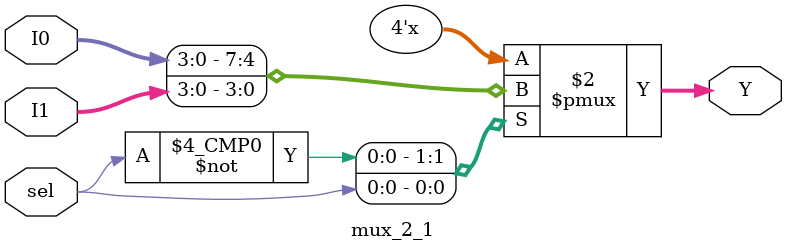
<source format=v>
`timescale 1ns / 1ps


module mux_2_1(
    input [3:0] I0,
    input [3:0] I1,
    input sel,
    output reg [3:0] Y
    );
    
    always @(*) begin
        case(sel)
            1'b0: Y = I0;
            1'b1: Y = I1;
        endcase
    end
    
endmodule

</source>
